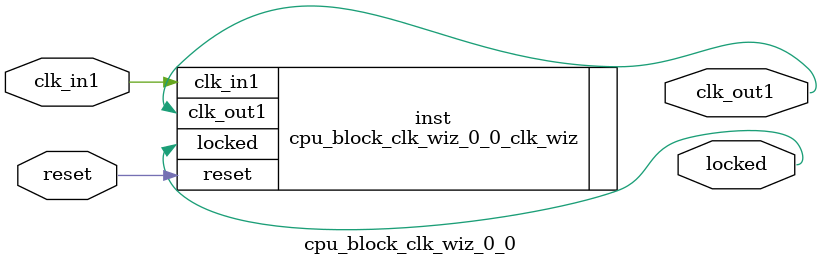
<source format=v>


`timescale 1ps/1ps

(* CORE_GENERATION_INFO = "cpu_block_clk_wiz_0_0,clk_wiz_v6_0_4_0_0,{component_name=cpu_block_clk_wiz_0_0,use_phase_alignment=false,use_min_o_jitter=false,use_max_i_jitter=false,use_dyn_phase_shift=false,use_inclk_switchover=false,use_dyn_reconfig=false,enable_axi=0,feedback_source=FDBK_AUTO,PRIMITIVE=MMCM,num_out_clk=1,clkin1_period=10.312,clkin2_period=10.000,use_power_down=false,use_reset=true,use_locked=true,use_inclk_stopped=false,feedback_type=SINGLE,CLOCK_MGR_TYPE=NA,manual_override=false}" *)

module cpu_block_clk_wiz_0_0 
 (
  // Clock out ports
  output        clk_out1,
  // Status and control signals
  input         reset,
  output        locked,
 // Clock in ports
  input         clk_in1
 );

  cpu_block_clk_wiz_0_0_clk_wiz inst
  (
  // Clock out ports  
  .clk_out1(clk_out1),
  // Status and control signals               
  .reset(reset), 
  .locked(locked),
 // Clock in ports
  .clk_in1(clk_in1)
  );

endmodule

</source>
